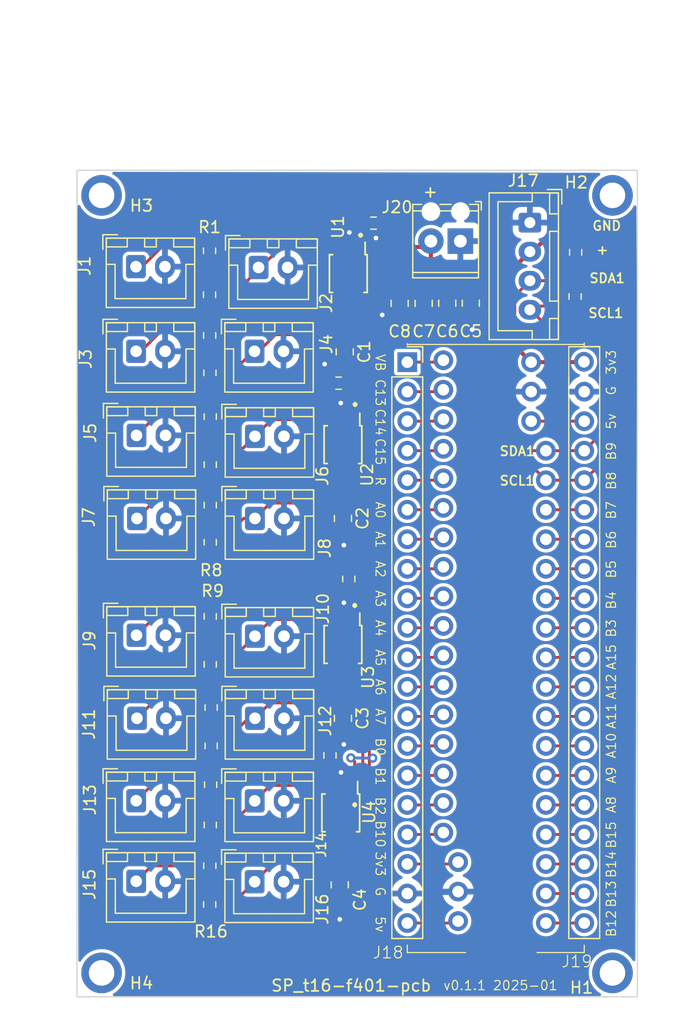
<source format=kicad_pcb>
(kicad_pcb (version 20240108) (generator "pcbnew") (generator_version "8.0")
  (title_block (date "2023-06-04"))
  (layers (0 "F.Cu" signal) (31 "B.Cu" signal) (34 "B.Paste" user) (35 "F.Paste" user) (36 "B.SilkS" user "B.Silkscreen") (37 "F.SilkS" user "F.Silkscreen") (38 "B.Mask" user) (39 "F.Mask" user) (44 "Edge.Cuts" user))
  (net 0 "")
  (net 1 "+3V3")
  (net 2 "GND")
  (net 3 "Net-(J1-Pin_1)")
  (net 4 "Net-(J2-Pin_1)")
  (net 5 "Net-(J3-Pin_1)")
  (net 6 "Net-(J4-Pin_1)")
  (net 7 "Net-(J5-Pin_1)")
  (net 8 "Net-(J6-Pin_1)")
  (net 9 "Net-(J7-Pin_1)")
  (net 10 "Net-(J8-Pin_1)")
  (net 11 "Net-(J9-Pin_1)")
  (net 12 "Net-(J10-Pin_1)")
  (net 13 "Net-(J11-Pin_1)")
  (net 14 "Net-(J12-Pin_1)")
  (net 15 "Net-(J13-Pin_1)")
  (net 16 "Net-(J14-Pin_1)")
  (net 17 "Net-(J15-Pin_1)")
  (net 18 "Net-(J16-Pin_1)")
  (net 19 "Net-(U1-ALERT{slash}RDY)")
  (net 20 "Net-(U2-ALERT{slash}RDY)")
  (net 21 "Net-(U3-ALERT{slash}RDY)")
  (net 22 "Net-(U4-ALERT{slash}RDY)")
  (net 23 "/SDA1")
  (net 24 "/SCL1")
  (net 25 "/SCL2")
  (net 26 "/SDA2")
  (net 27 "Net-(J18-3v3)")
  (net 28 "Net-(J18-5v)")
  (net 29 "Net-(J19-5v)")
  (net 30 "Net-(J18-VB)")
  (net 31 "Net-(J18-C13)")
  (net 32 "Net-(J18-C14)")
  (net 33 "Net-(J18-C15)")
  (net 34 "Net-(J18-R)")
  (net 35 "Net-(J18-A0)")
  (net 36 "Net-(J18-A1)")
  (net 37 "Net-(J18-A2)")
  (net 38 "Net-(J18-A3)")
  (net 39 "Net-(J18-A4)")
  (net 40 "Net-(J18-A5)")
  (net 41 "Net-(J18-A6)")
  (net 42 "Net-(J18-A7)")
  (net 43 "Net-(J18-B0)")
  (net 44 "Net-(J18-B1)")
  (net 45 "Net-(J18-B2)")
  (net 46 "Net-(J19-B12)")
  (net 47 "Net-(J19-B13)")
  (net 48 "Net-(J19-B14)")
  (net 49 "Net-(J19-B15)")
  (net 50 "Net-(J19-A8)")
  (net 51 "Net-(J19-A9)")
  (net 52 "Net-(J19-A10)")
  (net 53 "Net-(J19-A11)")
  (net 54 "Net-(J19-A12)")
  (net 55 "Net-(J19-A15)")
  (net 56 "Net-(J19-B4)")
  (net 57 "Net-(J19-B5)")
  (net 58 "Net-(J19-B6)")
  (net 59 "Net-(J19-B7)")
  (footprint "ProjectLib:R_0603_1608Metric" (layer "F.Cu") (at 61.0075 52.9425 90)
    (property "Reference" "R7" (hide yes))
    (property "Value" "10k")
  )
  (footprint "ProjectLib:R_0603_1608Metric" (layer "F.Cu") (at 92.48 31.19 -90)
    (property "Reference" "R18" (hide yes))
    (property "Value" "10k")
  )
  (footprint "ProjectLib:R_0603_1608Metric" (layer "F.Cu") (at 60.96 38.34 90)
    (property "Reference" "R3" (hide yes))
    (property "Value" "10k")
  )
  (footprint "ProjectLib:JST_XH_B2B-XH-A_1x02_P2.50mm_Vertical" (layer "F.Cu") (at 64.8575 54.0875)
    (property "Reference" "J8")
    (property "Value" "Conn_01x02_Pin")
  )
  (footprint "ProjectLib:JST_XH_B2B-XH-A_1x02_P2.50mm_Vertical" (layer "F.Cu") (at 54.6575 46.9425)
    (property "Reference" "J5")
    (property "Value" "Conn_01x02_Pin")
  )
  (footprint "ProjectLib:JST_XH_B2B-XH-A_1x02_P2.50mm_Vertical" (layer "F.Cu") (at 54.61 32.425)
    (property "Reference" "J1")
    (property "Value" "Conn_01x02_Pin")
  )
  (footprint "ProjectLib:JST_XH_B2B-XH-A_1x02_P2.50mm_Vertical" (layer "F.Cu") (at 64.84 78.385)
    (property "Reference" "J14")
    (property "Value" "Conn_01x02_Pin")
  )
  (footprint "ProjectLib:MountingHole_2.2mm_M2_ISO7380_Pad" (layer "F.Cu") (at 95.65 93.19)
    (property "Reference" "H1")
    (property "Value" "MountingHole")
  )
  (footprint "ProjectLib:R_0603_1608Metric" (layer "F.Cu") (at 61.0075 45.3225 90)
    (property "Reference" "R5" (hide yes))
    (property "Value" "10k")
  )
  (footprint "ProjectLib:JST_XH_B2B-XH-A_1x02_P2.50mm_Vertical" (layer "F.Cu") (at 64.82 39.705)
    (property "Reference" "J4")
    (property "Value" "Conn_01x02_Pin")
  )
  (footprint "ProjectLib:TSSOP-10_3x3mm_P0.5mm" (layer "F.Cu") (at 72.4375 64.9325 -90)
    (property "Reference" "U3")
    (property "Value" "ADS1115IDGS")
  )
  (footprint "ProjectLib:TSSOP-10_3x3mm_P0.5mm" (layer "F.Cu") (at 72.25 79.42 -90)
    (property "Reference" "U4")
    (property "Value" "ADS1115IDGS")
  )
  (footprint "ProjectLib:JST_XH_B2B-XH-A_1x02_P2.50mm_Vertical" (layer "F.Cu") (at 54.6975 71.2825)
    (property "Reference" "J11")
    (property "Value" "Conn_01x02_Pin")
  )
  (footprint "ProjectLib:R_0603_1608Metric" (layer "F.Cu") (at 61.0075 56.134 -90)
    (property "Reference" "R8")
    (property "Value" "10k")
  )
  (footprint "ProjectLib:R_0603_1608Metric" (layer "F.Cu") (at 75.07 28.68 180)
    (property "Reference" "R19" (hide yes))
    (property "Value" "10k")
  )
  (footprint "ProjectLib:R_0603_1608Metric" (layer "F.Cu") (at 61.087 70.358 90)
    (property "Reference" "R11" (hide yes))
    (property "Value" "10k")
  )
  (footprint "ProjectLib:R_0603_1608Metric" (layer "F.Cu") (at 60.95 31.06 90)
    (property "Reference" "R1")
    (property "Value" "10k")
  )
  (footprint "ProjectLib:JST_XH_B2B-XH-A_1x02_P2.50mm_Vertical" (layer "F.Cu") (at 64.83 85.345)
    (property "Reference" "J16")
    (property "Value" "Conn_01x02_Pin")
  )
  (footprint "ProjectLib:R_0603_1608Metric" (layer "F.Cu") (at 72.06 42.45 180)
    (property "Reference" "R20" (hide yes))
    (property "Value" "10k" (hide yes))
  )
  (footprint "ProjectLib:C_0805_2012Metric" (layer "F.Cu") (at 72.4375 54.0875 -90)
    (property "Reference" "C2")
    (property "Value" "0.1µF")
  )
  (footprint "ProjectLib:b_pill_takeoffPads_21-40" (layer "F.Cu") (at 89.916 64.77)
    (property "Reference" "J**2" (hide yes))
    (property "Value" "SolderWire-0.25sqmm_1x20_P4.2mm_D0.65mm_OD1.7mm")
  )
  (footprint "ProjectLib:C_0805_2012Metric" (layer "F.Cu") (at 72.4375 71.2825 -90)
    (property "Reference" "C3")
    (property "Value" "0.1µF")
  )
  (footprint "ProjectLib:C_0805_2012Metric" (layer "F.Cu") (at 72.59 39.76 -90)
    (property "Reference" "C1")
    (property "Value" "0.1µF")
  )
  (footprint "ProjectLib:JST_XH_B2B-XH-A_1x02_P2.50mm_Vertical" (layer "F.Cu") (at 65.171 32.495)
    (property "Reference" "J2")
    (property "Value" "Conn_01x02_Pin")
  )
  (footprint "ProjectLib:b_pill_socket_21-40" (layer "F.Cu") (at 93.218 64.77)
    (property "Reference" "J19")
    (property "Value" "PinSocket_1x20_P2.54mm_Vertical")
  )
  (footprint "ProjectLib:R_0603_1608Metric" (layer "F.Cu") (at 92.43 34.99 -90)
    (property "Reference" "R17" (hide yes))
    (property "Value" "10k")
  )
  (footprint "ProjectLib:R_0603_1608Metric" (layer "F.Cu") (at 61.0075 49.4525 -90)
    (property "Reference" "R6" (hide yes))
    (property "Value" "10k")
  )
  (footprint "ProjectLib:MountingHole_2.2mm_M2_ISO7380_Pad" (layer "F.Cu") (at 51.65 26.29)
    (property "Reference" "H3")
    (property "Value" "MountingHole")
  )
  (footprint "ProjectLib:C_0805_2012Metric" (layer "F.Cu") (at 72.16 85.61 -90)
    (property "Reference" "C4")
    (property "Value" "0.1µF")
  )
  (footprint "ProjectLib:TSSOP-10_3x3mm_P0.5mm" (layer "F.Cu") (at 72.4375 47.7375 -90)
    (property "Reference" "U2")
    (property "Value" "ADS1115IDGS")
  )
  (footprint "ProjectLib:R_0603_1608Metric" (layer "F.Cu") (at 61.0075 62.5175 90)
    (property "Reference" "R9")
    (property "Value" "10k")
  )
  (footprint "ProjectLib:C_0805_2012Metric" (layer "F.Cu") (at 81.42 35.57 -90)
    (property "Reference" "C6")
    (property "Value" "10µF")
  )
  (footprint "ProjectLib:C_0805_2012Metric" (layer "F.Cu") (at 79.39 35.58 -90)
    (property "Reference" "C7")
    (property "Value" "10µF")
  )
  (footprint "ProjectLib:R_0603_1608Metric" (layer "F.Cu") (at 61.0075 66.6475 -90)
    (property "Reference" "R10" (hide yes))
    (property "Value" "10k")
  )
  (footprint "ProjectLib:R_0603_1608Metric" (layer "F.Cu") (at 61.01 80.46 -90)
    (property "Reference" "R14" (hide yes))
    (property "Value" "10k")
  )
  (footprint "ProjectLib:R_0603_1608Metric" (layer "F.Cu") (at 61.04 77 90)
    (property "Reference" "R13" (hide yes))
    (property "Value" "10k")
  )
  (footprint "ProjectLib:MountingHole_2.2mm_M2_ISO7380_Pad" (layer "F.Cu") (at 51.65 93.19)
    (property "Reference" "H4")
    (property "Value" "MountingHole")
  )
  (footprint "ProjectLib:JST_XH_B4B-XH-A_1x04_P2.50mm_Vertical" (layer "F.Cu") (at 88.536 28.635 -90)
    (property "Reference" "J17")
    (property "Value" "Conn_01x04_Pin")
  )
  (footprint "ProjectLib:TSSOP-10_3x3mm_P0.5mm" (layer "F.Cu") (at 72.898 33.02 -90)
    (property "Reference" "U1")
    (property "Value" "ADS1115IDGS")
  )
  (footprint "ProjectLib:JST_XH_B2B-XH-A_1x02_P2.50mm_Vertical" (layer "F.Cu") (at 64.8575 47.0225)
    (property "Reference" "J6")
    (property "Value" "Conn_01x02_Pin")
  )
  (footprint "ProjectLib:JST_XH_B2B-XH-A_1x02_P2.50mm_Vertical" (layer "F.Cu") (at 54.63 78.375)
    (property "Reference" "J13")
    (property "Value" "Conn_01x02_Pin")
  )
  (footprint "ProjectLib:C_0805_2012Metric" (layer "F.Cu") (at 83.45 35.57 -90)
    (property "Reference" "C5")
    (property "Value" "10µF")
  )
  (footprint "ProjectLib:R_0603_1608Metric" (layer "F.Cu") (at 60.98 41.56 -90)
    (property "Reference" "R4" (hide yes))
    (property "Value" "10k")
  )
  (footprint "ProjectLib:JST_XH_B2B-XH-A_1x02_P2.50mm_Vertical" (layer "F.Cu") (at 54.63 85.305)
    (property "Reference" "J15")
    (property "Value" "Conn_01x02_Pin")
  )
  (footprint "ProjectLib:JST_XH_B2B-XH-A_1x02_P2.50mm_Vertical" (layer "F.Cu") (at 64.8575 71.2825)
    (property "Reference" "J12")
    (property "Value" "Conn_01x02_Pin")
  )
  (footprint "ProjectLib:b_pill_takeoffPads_1-20" (layer "F.Cu") (at 86.165 64.605)
    (property "Reference" "J**1" (hide yes))
    (property "Value" "SolderWire-0.25sqmm_1x20_P4.2mm_D0.65mm_OD1.7mm")
  )
  (footprint "ProjectLib:b_pill_socket_1-20" (layer "F.Cu") (at 77.978 64.77)
    (property "Reference" "J18")
    (property "Value" "PinSocket_1x20_P2.54mm_Vertical")
  )
  (footprint "ProjectLib:R_0603_1608Metric" (layer "F.Cu") (at 72.94 59.3 -90)
    (property "Reference" "R21" (hide yes))
    (property "Value" "10k")
  )
  (footprint "ProjectLib:R_0603_1608Metric" (layer "F.Cu") (at 60.96 87.3 -90)
    (property "Reference" "R16")
    (property "Value" "10k")
  )
  (footprint "ProjectLib:R_0603_1608Metric" (layer "F.Cu") (at 60.95 34.84 -90)
    (property "Reference" "R2" (hide yes))
    (property "Value" "10k")
  )
  (footprint "ProjectLib:JST_XH_B2B-XH-A_1x02_P2.50mm_Vertical" (layer "F.Cu") (at 54.6575 64.1375)
    (property "Reference" "J9")
    (property "Value" "Conn_01x02_Pin")
  )
  (footprint "ProjectLib:C_0805_2012Metric" (layer "F.Cu") (at 77.32 35.58 -90)
    (property "Reference" "C8")
    (property "Value" "10µF")
  )
  (footprint "ProjectLib:R_0603_1608Metric" (layer "F.Cu") (at 60.97 83.97 90)
    (property "Reference" "R15" (hide yes))
    (property "Value" "10k")
  )
  (footprint "ProjectLib:R_0603_1608Metric" (layer "F.Cu") (at 61.087 73.66 -90)
    (property "Reference" "R12" (hide yes))
    (property "Value" "10k")
  )
  (footprint "ProjectLib:MountingHole_2.2mm_M2_ISO7380_Pad" (layer "F.Cu") (at 95.65 26.29)
    (property "Reference" "H2")
    (property "Value" "MountingHole")
  )
  (footprint "ProjectLib:R_0603_1608Metric" (layer "F.Cu") (at 71.32 74.48 -90)
    (property "Reference" "R22" (hide yes))
    (property "Value" "10k")
  )
  (footprint "ProjectLib:TerminalBlock_Phoenix_MPT-0,5-2-2.54_1x02_P2.54mm_Horizontal" (layer "F.Cu") (at 82.55 30.226 180)
    (property "Reference" "J20")
    (property "Value" "Screw_Terminal_01x02")
  )
  (footprint "ProjectLib:JST_XH_B2B-XH-A_1x02_P2.50mm_Vertical" (layer "F.Cu") (at 54.62 39.705)
    (property "Reference" "J3")
    (property "Value" "Conn_01x02_Pin")
  )
  (footprint "ProjectLib:JST_XH_B2B-XH-A_1x02_P2.50mm_Vertical" (layer "F.Cu") (at 64.8575 64.2175)
    (property "Reference" "J10")
    (property "Value" "Conn_01x02_Pin")
  )
  (footprint "ProjectLib:JST_XH_B2B-XH-A_1x02_P2.50mm_Vertical" (layer "F.Cu") (at 54.6975 54.0875)
    (property "Reference" "J7")
    (property "Value" "Conn_01x02_Pin")
  )
  (gr_rect (start 49.53 24.13) (end 97.79 95.25) (stroke (width 0.1)) (fill none) (layer "Edge.Cuts"))
  (gr_text "SCL1" (at 85.852 51.308 0) (layer "F.SilkS") (effects (font (size 0.8 0.8)) (justify left bottom)))
  (gr_text "." (at 72.898 61.849 0) (layer "F.SilkS") (effects (font (size 1.5 1.5) (thickness 0.3) (bold yes)) (justify left bottom)))
  (gr_text "v0.1.1 2025-01" (at 81.026 94.742 0) (layer "F.SilkS") (effects (font (size 0.8 0.8) (thickness 0.1)) (justify left bottom)))
  (gr_text "." (at 73.4 29.99 0) (layer "F.SilkS") (effects (font (size 1.5 1.5) (thickness 0.3) (bold yes)) (justify left bottom)))
  (gr_text "SP_t16-f401-pcb" (at 66.167 94.869 0) (layer "F.SilkS") (effects (font (size 1 1)) (justify left bottom)))
  (gr_text "." (at 72.898 78.994 0) (layer "F.SilkS") (effects (font (size 1.5 1.5) (thickness 0.3) (bold yes)) (justify left bottom)))
  (gr_text "+" (at 94.19 31.44 0) (layer "F.SilkS") (effects (font (size 0.8 0.8)) (justify left bottom)))
  (gr_text "SCL1" (at 93.49 36.89 0) (layer "F.SilkS") (effects (font (size 0.8 0.8)) (justify left bottom)))
  (gr_text "." (at 72.93 44.55 0) (layer "F.SilkS") (effects (font (size 1.5 1.5) (thickness 0.3) (bold yes)) (justify left bottom)))
  (gr_text "GND" (at 93.84 29.38 0) (layer "F.SilkS") (effects (font (size 0.8 0.8) (thickness 0.15) (bold yes)) (justify left bottom)))
  (gr_text "+" (at 79.248 26.543 0) (layer "F.SilkS") (effects (font (size 1 1)) (justify left bottom)))
  (gr_text "SDA1" (at 93.59 33.89 0) (layer "F.SilkS") (effects (font (size 0.8 0.8)) (justify left bottom)))
  (gr_text "SDA1" (at 85.852 48.768 0) (layer "F.SilkS") (effects (font (size 0.8 0.8)) (justify left bottom)))
  (segment (start 61.087 72.835) (end 59.817 74.105) (width 0.35) (layer "F.Cu") (net 1))
  (segment (start 93.33 31.215) (end 92.48 30.365) (width 0.35) (layer "F.Cu") (net 1))
  (segment (start 51.435 41.38) (end 51.435 48.641) (width 0.35) (layer "F.Cu") (net 1))
  (segment (start 60.18 34.143) (end 60.16 34.163) (width 0.35) (layer "F.Cu") (net 1))
  (segment (start 61.01 79.635) (end 59.935 79.635) (width 0.35) (layer "F.Cu") (net 1))
  (segment (start 60.071 65.8225) (end 51.5255 65.8225) (width 0.35) (layer "F.Cu") (net 1))
  (segment (start 51.435 29.285) (end 51.74 28.98) (width 0.35) (layer "F.Cu") (net 1))
  (segment (start 73.4375 46.5625) (end 73.4375 45.5875) (width 0.25) (layer "F.Cu") (net 1))
  (segment (start 72.09 28.98) (end 73.24 27.83) (width 0.35) (layer "F.Cu") (net 1))
  (segment (start 61.0075 53.7675) (end 60.071 54.704) (width 0.35) (layer "F.Cu") (net 1))
  (segment (start 60.02 86.56) (end 60.02 85.745) (width 0.35) (layer "F.Cu") (net 1))
  (segment (start 77.343 34.61) (end 77.343 30.861) (width 0.35) (layer "F.Cu") (net 1))
  (segment (start 60.02 89.22) (end 60.02 86.56) (width 0.35) (layer "F.Cu") (net 1))
  (segment (start 81.407 33.782) (end 81.661 33.528) (width 0.35) (layer "F.Cu") (net 1))
  (segment (start 89.545 30.365) (end 92.48 30.365) (width 0.35) (layer "F.Cu") (net 1))
  (segment (start 60.071 64.279) (end 60.071 65.8225) (width 0.35) (layer "F.Cu") (net 1))
  (segment (start 60.071 57.912) (end 51.435 57.912) (width 0.35) (layer "F.Cu") (net 1))
  (segment (start 51.435 48.641) (end 51.435 57.912) (width 0.35) (layer "F.Cu") (net 1))
  (segment (start 70.55 86.27) (end 72.16 84.66) (width 0.35) (layer "F.Cu") (net 1))
  (segment (start 60.02 85.745) (end 60.97 84.795) (width 0.35) (layer "F.Cu") (net 1))
  (segment (start 51.5255 65.8225) (end 51.435 65.913) (width 0.35) (layer "F.Cu") (net 1))
  (segment (start 75.057 30.734) (end 75.057 31.456606) (width 0.35) (layer "F.Cu") (net 1))
  (segment (start 92.43 34.165) (end 93.33 33.265) (width 0.35) (layer "F.Cu") (net 1))
  (segment (start 51.435 65.913) (end 51.435 75.057) (width 0.35) (layer "F.Cu") (net 1))
  (segment (start 88.646 40.64) (end 93.163 40.64) (width 0.35) (layer "F.Cu") (net 1))
  (segment (start 67.51 75.26) (end 59.817 75.26) (width 0.35) (layer "F.Cu") (net 1))
  (segment (start 81.407 34.61) (end 81.407 33.782) (width 0.35) (layer "F.Cu") (net 1))
  (segment (start 60.071 47.084) (end 60.071 48.6275) (width 0.35) (layer "F.Cu") (net 1))
  (segment (start 51.435 34.163) (end 51.435 41.38) (width 0.35) (layer "F.Cu") (net 1))
  (segment (start 86.143 33.528) (end 88.536 31.135) (width 0.35) (layer "F.Cu") (net 1))
  (segment (start 75.057 31.456606) (end 72.8825 33.631106) (width 0.35) (layer "F.Cu") (net 1))
  (segment (start 60.071 54.704) (end 60.071 56.2455) (width 0.35) (layer "F.Cu") (net 1))
  (segment (start 71.32 73.655) (end 71.32 71.45) (width 0.35) (layer "F.Cu") (net 1))
  (segment (start 72.4375 67.0825) (end 72.4375 70.3325) (width 0.35) (layer "F.Cu") (net 1))
  (segment (start 88.775 31.135) (end 89.545 30.365) (width 0.35) (layer "F.Cu") (net 1))
  (segment (start 61.0075 46.1475) (end 60.071 47.084) (width 0.35) (layer "F.Cu") (net 1))
  (segment (start 59.88 82.12) (end 59.88 79.69) (width 0.35) (layer "F.Cu") (net 1))
  (segment (start 60.645 31.885) (end 60.18 32.35) (width 0.35) (layer "F.Cu") (net 1))
  (segment (start 72.8825 33.655) (end 72.898 33.6705) (width 0.35) (layer "F.Cu") (net 1))
  (segment (start 73.4375 45.5875) (end 73.4375 43.0025) (width 0.25) (layer "F.Cu") (net 1))
  (segment (start 75.057 30.734) (end 77.47 30.734) (width 0.35) (layer "F.Cu") (net 1))
  (segment (start 67.663 57.912) (end 60.071 57.912) (width 0.35) (layer "F.Cu") (net 1))
  (segment (start 83.439 33.528) (end 86.143 33.528) (width 0.35) (layer "F.Cu") (net 1))
  (segment (start 73.24 27.83) (end 75.65 27.83) (width 0.35) (layer "F.Cu") (net 1))
  (segment (start 60.071 48.6275) (end 51.4485 48.6275) (width 0.35) (layer "F.Cu") (net 1))
  (segment (start 59.88 78.4) (end 60.455 77.825) (width 0.35) (layer "F.Cu") (net 1))
  (segment (start 61.0075 65.8225) (end 60.071 65.8225) (width 0.35) (layer "F.Cu") (net 1))
  (segment (start 60.455 77.825) (end 61.04 77.825) (width 0.35) (layer "F.Cu") (net 1))
  (segment (start 70.8925 54.6825) (end 70.8925 56.4275) (width 0.35) (layer "F.Cu") (net 1))
  (segment (start 51.435 34.163) (end 51.435 29.285) (width 0.35) (layer "F.Cu") (net 1))
  (segment (start 59.43 41.38) (end 51.435 41.38) (width 0.35) (layer "F.Cu") (net 1))
  (segment (start 61.0075 63.3425) (end 60.071 64.279) (width 0.35) (layer "F.Cu") (net 1))
  (segment (start 72.4375 70.3325) (end 71.47 71.3) (width 0.35) (layer "F.Cu") (net 1))
  (segment (start 61.0075 55.309) (end 60.071 56.2455) (width 0.35) (layer "F.Cu") (net 1))
  (segment (start 60.965 40.75) (end 60.06 40.75) (width 0.35) (layer "F.Cu") (net 1))
  (segment (start 70.9675 54.6075) (end 67.663 57.912) (width 0.35) (layer "F.Cu") (net 1))
  (segment (start 51.435 89.281) (end 59.959 89.281) (width 0.35) (layer "F.Cu") (net 1))
  (segment (start 75.65 27.83) (end 75.895 28.075) (width 0.35) (layer "F.Cu") (net 1))
  (segment (start 51.435 75.057) (end 51.435 82.12) (width 0.35) (layer "F.Cu") (net 1))
  (segment (start 72.4375 49.8875) (end 72.4375 47.5625) (width 0.25) (layer "F.Cu") (net 1))
  (segment (start 59.817 72.453) (end 59.817 74.105) (width 0.35) (layer "F.Cu") (net 1))
  (segment (start 51.435 82.12) (end 51.435 89.281) (width 0.35) (layer "F.Cu") (net 1))
  (segment (start 70.9675 54.6075) (end 70.8925 54.6825) (width 0.35) (layer "F.Cu") (net 1))
  (segment (start 59.959 89.281) (end 59.968 89.29) (width 0.35) (layer "F.Cu") (net 1))
  (segment (start 59.968 89.29) (end 70.55 89.29) (width 0.35) (layer "F.Cu") (net 1))
  (segment (start 59.88 79.69) (end 59.88 78.4) (width 0.35) (layer "F.Cu") (net 1))
  (segment (start 81.661 33.528) (end 83.439 33.528) (width 0.35) (layer "F.Cu") (net 1))
  (segment (start 72.59 37.569088) (end 72.59 38.81) (width 0.35) (layer "F.Cu") (net 1))
  (segment (start 60.18 34.143) (end 60.822 34.143) (width 0.35) (layer "F.Cu") (net 1))
  (segment (start 72.898 37.261088) (end 72.59 37.569088) (width 0.35) (layer "F.Cu") (net 1))
  (segment (start 93.33 33.265) (end 93.33 31.215) (width 0.35) (layer "F.Cu") (net 1))
  (segment (start 51.638 75.26) (end 59.817 75.26) (width 0.35) (layer "F.Cu") (net 1))
  (segment (start 60.215 39.165) (end 60.06 39.32) (width 0.35) (layer "F.Cu") (net 1))
  (segment (start 71.32 71.45) (end 71.47 71.3) (width 0.35) (layer "F.Cu") (net 1))
  (segment (start 72.4375 49.8875) (end 72.4375 53.1375) (width 0.35) (layer "F.Cu") (net 1))
  (segment (start 88.646 40.64) (end 86.736 38.73) (width 0.35) (layer "F.Cu") (net 1))
  (segment (start 83.439 34.61) (end 83.439 33.528) (width 0.35) (layer "F.Cu") (net 1))
  (segment (start 70.55 89.29) (end 70.55 86.27) (width 0.35) (layer "F.Cu") (net 1))
  (segment (start 80.01 30.226) (end 80.01 31.877) (width 0.35) (layer "F.Cu") (net 1))
  (segment (start 76.08 28.833) (end 76.08 30.707) (width 0.35) (layer "F.Cu") (net 1))
  (segment (start 60.16 34.163) (end 51.435 34.163) (width 0.35) (layer "F.Cu") (net 1))
  (segment (start 75.895 28.075) (end 75.895 28.68) (width 0.35) (layer "F.Cu") (net 1))
  (segment (start 80.01 33.975) (end 80.01 30.226) (width 0.35) (layer "F.Cu") (net 1))
  (segment (start 72.898 33.6705) (end 72.898 35.17) (width 0.35) (layer "F.Cu") (net 1))
  (segment (start 72.8825 33.631106) (end 72.8825 33.655) (width 0.35) (layer "F.Cu") (net 1))
  (segment (start 60.18 32.35) (end 60.18 34.143) (width 0.35) (layer "F.Cu") (net 1))
  (segment (start 51.435 75.057) (end 51.638 75.26) (width 0.35) (layer "F.Cu") (net 1))
  (segment (start 60.02 86.56) (end 60.875 86.56) (width 0.35) (layer "F.Cu") (net 1))
  (segment (start 80.01 31.877) (end 81.661 33.528) (width 0.35) (layer "F.Cu") (net 1))
  (segment (start 60.95 31.885) (end 60.645 31.885) (width 0.35) (layer "F.Cu") (net 1))
  (segment (start 51.4485 48.6275) (end 51.435 48.641) (width 0.35) (layer "F.Cu") (net 1))
  (segment (start 61.087 71.183) (end 59.817 72.453) (width 0.35) (layer "F.Cu") (net 1))
  (segment (start 59.935 79.635) (end 59.88 79.69) (width 0.35) (layer "F.Cu") (net 1))
  (segment (start 86.736 38.73) (end 86.736 32.935) (width 0.35) (layer "F.Cu") (net 1))
  (segment (start 79.375 34.61) (end 80.01 33.975) (width 0.35) (layer "F.Cu") (net 1))
  (segment (start 73.4375 43.0025) (end 72.885 42.45) (width 0.25) (layer "F.Cu") (net 1))
  (segment (start 86.736 32.935) (end 88.536 31.135) (width 0.35) (layer "F.Cu") (net 1))
  (segment (start 72.4375 53.1375) (end 70.9675 54.6075) (width 0.35) (layer "F.Cu") (net 1))
  (segment (start 60.06 40.75) (end 59.43 41.38) (width 0.35) (layer "F.Cu") (net 1))
  (segment (start 60.06 39.32) (end 60.06 40.75) (width 0.35) (layer "F.Cu") (net 1))
  (segment (start 51.435 57.912) (end 51.435 65.913) (width 0.35) (layer "F.Cu") (net 1))
  (segment (start 61.0075 48.6275) (end 60.071 48.6275) (width 0.35) (layer "F.Cu") (net 1))
  (segment (start 51.74 28.98) (end 72.09 28.98) (width 0.35) (layer "F.Cu") (net 1))
  (segment (start 72.4375 47.5625) (end 73.4375 46.5625) (width 0.25) (layer "F.Cu") (net 1))
  (segment (start 72.898 35.17) (end 72.898 37.261088) (width 0.35) (layer "F.Cu") (net 1))
  (segment (start 59.959 89.281) (end 60.02 89.22) (width 0.35) (layer "F.Cu") (net 1))
  (segment (start 60.071 56.2455) (end 60.071 57.912) (width 0.35) (layer "F.Cu") (net 1))
  (segment (start 77.47 30.734) (end 79.502 30.734) (width 0.35) (layer "F.Cu") (net 1))
  (segment (start 72.25 84.57) (end 72.25 81.57) (width 0.35) (layer "F.Cu") (net 1))
  (segment (start 77.343 30.861) (end 77.47 30.734) (width 0.35) (layer "F.Cu") (net 1))
  (segment (start 59.817 74.105) (end 59.817 75.26) (width 0.35) (layer "F.Cu") (net 1))
  (segment (start 70.8925 56.4275) (end 72.94 58.475) (width 0.35) (layer "F.Cu") (net 1))
  (segment (start 51.435 82.12) (end 59.88 82.12) (width 0.35) (layer "F.Cu") (net 1))
  (segment (start 71.47 71.3) (end 67.51 75.26) (width 0.35) (layer "F.Cu") (net 1))
  (segment (start 60.96 39.165) (end 60.215 39.165) (width 0.35) (layer "F.Cu") (net 1))
  (segment (start 70.96 40.71) (end 70.86 40.81) (width 0.25) (layer "F.Cu") (net 2))
  (segment (start 72.898 30.87) (end 72.898 29.572) (width 0.25) (layer "F.Cu") (net 2))
  (segment (start 73.898 30.87) (end 74.809 29.959) (width 0.25) (layer "F.Cu") (net 2))
  (segment (start 79.375 36.51) (end 81.407 36.51) (width 0.25) (layer "F.Cu") (net 2))
  (segment (start 72.59 40.71) (end 70.96 40.71) (width 0.25) (layer "F.Cu") (net 2))
  (segment (start 72.4375 72.2325) (end 72.4375 73.4535) (width 0.25) (layer "F.Cu") (net 2))
  (segment (start 83.439 37.719) (end 83.566 37.846) (width 0.25) (layer "F.Cu") (net 2))
  (segment (start 72.25 77.27) (end 72.25 75.959931) (width 0.25) (layer "F.Cu") (net 2))
  (segment (start 77.343 36.51) (end 79.375 36.51) (width 0.25) (layer "F.Cu") (net 2))
  (segment (start 72.4375 73.4535) (end 72.517 73.533) (width 0.25) (layer "F.Cu") (net 2))
  (segment (start 72.4375 55.0375) (end 72.4375 56.3085) (width 0.25) (layer "F.Cu") (net 2))
  (segment (start 72.4375 61.4205) (end 72.4375 62.7825) (width 0.25) (layer "F.Cu") (net 2))
  (segment (start 72.4375 44.3475) (end 72.25 44.16) (width 0.25) (layer "F.Cu") (net 2))
  (segment (start 72.25 75.959931) (end 72.26971 75.940221) (width 0.25) (layer "F.Cu") (net 2))
  (segment (start 75.819 36.576) (end 77.277 36.576) (width 0.25) (layer "F.Cu") (net 2))
  (segment (start 83.439 36.51) (end 83.439 37.719) (width 0.25) (layer "F.Cu") (net 2))
  (segment (start 72.517 61.341) (end 72.4375 61.4205) (width 0.25) (layer "F.Cu") (net 2))
  (segment (start 72.4375 45.5875) (end 72.4375 44.3475) (width 0.25) (layer "F.Cu") (net 2))
  (segment (start 81.407 36.51) (end 83.439 36.51) (width 0.25) (layer "F.Cu") (net 2))
  (segment (start 74.809 29.959) (end 75.28 29.959) (width 0.25) (layer "F.Cu") (net 2))
  (segment (start 72.16 86.56) (end 72.16 88.58) (width 0.25) (layer "F.Cu") (net 2))
  (segment (start 72.898 29.572) (end 72.99 29.48) (width 0.25) (layer "F.Cu") (net 2))
  (segment (start 72.4375 56.3085) (end 72.517 56.388) (width 0.25) (layer "F.Cu") (net 2))
  (via (at 72.26971 75.940221) (size 0.8) (drill 0.4) (layers "F.Cu" "B.Cu") (net 2))
  (via (at 72.517 73.533) (size 0.8) (drill 0.4) (layers "F.Cu" "B.Cu") (net 2))
  (via (at 72.517 61.341) (size 0.8) (drill 0.4) (layers "F.Cu" "B.Cu") (net 2))
  (via (at 70.86 40.81) (size 0.8) (drill 0.4) (layers "F.Cu" "B.Cu") (net 2))
  (via (at 83.566 37.846) (size 0.8) (drill 0.4) (layers "F.Cu" "B.Cu") (net 2))
  (via (at 72.99 29.48) (size 0.8) (drill 0.4) (layers "F.Cu" "B.Cu") (net 2))
  (via (at 72.25 44.16) (size 0.8) (drill 0.4) (layers "F.Cu" "B.Cu") (net 2))
  (via (at 72.16 88.58) (size 0.8) (drill 0.4) (layers "F.Cu" "B.Cu") (net 2))
  (via (at 75.819 36.576) (size 0.8) (drill 0.4) (layers "F.Cu" "B.Cu") (net 2))
  (via (at 75.28 29.959) (size 0.8) (drill 0.4) (layers "F.Cu" "B.Cu") (net 2))
  (via (at 72.517 56.388) (size 0.8) (drill 0.4) (layers "F.Cu" "B.Cu") (net 2))
  (segment (start 57.1975 81.1925) (end 57.1575 81.2325) (width 0.25) (layer "B.Cu") (net 2))
  (segment (start 57.1575 88.3375) (end 57.1975 88.3775) (width 0.25) (layer "B.Cu") (net 2))
  (segment (start 77.978 86.36) (end 82.423 86.36) (width 0.25) (layer "B.Cu") (net 2))
  (segment (start 61.705 29.48) (end 71.89 29.48) (width 0.25) (layer "F.Cu") (net 3))
  (segment (start 57.5475 30.009) (end 55.1025 32.454) (width 0.25) (layer "F.Cu") (net 3))
  (segment (start 60.95 30.235) (end 61.705 29.48) (width 0.25) (layer "F.Cu") (net 3))
  (segment (start 57.5475 30.009) (end 60.724 30.009) (width 0.25) (layer "F.Cu") (net 3))
  (segment (start 72.398 30.87) (end 72.398 29.988) (width 0.25) (layer "F.Cu") (net 3))
  (segment (start 72.398 29.988) (end 71.89 29.48) (width 0.25) (layer "F.Cu") (net 3))
  (segment (start 62.0475 35.789) (end 66.9665 30.87) (width 0.25) (layer "F.Cu") (net 4))
  (segment (start 66.9665 30.87) (end 71.898 30.87) (width 0.25) (layer "F.Cu") (net 4))
  (segment (start 61.4525 35.789) (end 62.0475 35.789) (width 0.25) (layer "F.Cu") (net 4))
  (segment (start 71.898 35.935708) (end 71.898 35.17) (width 0.25) (layer "F.Cu") (net 5))
  (segment (start 55.1425 39.599) (end 57.1125 37.629) (width 0.25) (layer "F.Cu") (net 5))
  (segment (start 61.4525 37.629) (end 70.204708 37.629) (width 0.25) (layer "F.Cu") (net 5))
  (segment (start 70.204708 37.629) (end 71.898 35.935708) (width 0.25) (layer "F.Cu") (net 5))
  (segment (start 57.1125 37.629) (end 61.4525 37.629) (width 0.25) (layer "F.Cu") (net 5))
  (segment (start 66.6275 38.274) (end 70.196104 38.274) (width 0.25) (layer "F.Cu") (net 6))
  (segment (start 72.398 35.17) (end 72.398 36.072104) (width 0.25) (layer "F.Cu") (net 6))
  (segment (start 72.398 36.072104) (end 70.196104 38.274) (width 0.25) (layer "F.Cu") (net 6))
  (segment (start 65.3565 39.545) (end 66.6275 38.274) (width 0.25) (layer "F.Cu") (net 6))
  (segment (start 62.03 42.385) (end 64.87 39.545) (width 0.25) (layer "F.Cu") (net 6))
  (segment (start 60.98 42.385) (end 62.03 42.385) (width 0.25) (layer "F.Cu") (net 6))
  (segment (start 71.9375 45.5875) (end 71.9375 44.872805) (width 0.25) (layer "F.Cu") (net 7))
  (segment (start 57.1025 44.4975) (end 61.0075 44.4975) (width 0.25) (layer "F.Cu") (net 7))
  (segment (start 71.9375 44.872805) (end 71.562195 44.4975) (width 0.25) (layer "F.Cu") (net 7))
  (segment (start 71.562195 44.4975) (end 61.0075 44.4975) (width 0.25) (layer "F.Cu") (net 7))
  (segment (start 54.6575 46.9425) (end 57.1025 44.4975) (width 0.25) (layer "F.Cu") (net 7))
  (segment (start 61.6025 50.2775) (end 64.8575 47.0225) (width 0.25) (layer "F.Cu") (net 8))
  (segment (start 64.8575 47.0225) (end 66.2925 45.5875) (width 0.25) (layer "F.Cu") (net 8))
  (segment (start 66.2925 45.5875) (end 71.4375 45.5875) (width 0.25) (layer "F.Cu") (net 8))
  (segment (start 61.0075 50.2775) (end 61.6025 50.2775) (width 0.25) (layer "F.Cu") (net 8))
  (segment (start 56.6675 52.1175) (end 61.0075 52.1175) (width 0.25) (layer "F.Cu") (net 9))
  (segment (start 70.7 51.02) (end 71.4375 50.2825) (width 0.25) (layer "F.Cu") (net 9))
  (segment (start 62.105 51.02) (end 70.7 51.02) (width 0.25) (layer "F.Cu") (net 9))
  (segment (start 54.6975 54.0875) (end 56.6675 52.1175) (width 0.25) (layer "F.Cu") (net 9))
  (segment (start 61.0075 52.1175) (end 62.0325 51.0925) (width 0.25) (layer "F.Cu") (net 9))
  (segment (start 62.0325 51.0925) (end 62.105 51.02) (width 0.25) (layer "F.Cu") (net 9))
  (segment (start 64.8575 54.0875) (end 63.879 54.0875) (width 0.25) (layer "F.Cu") (net 10))
  (segment (start 66.1825 52.7625) (end 69.751104 52.7625) (width 0.25) (layer "F.Cu") (net 10))
  (segment (start 64.8575 54.0875) (end 66.1825 52.7625) (width 0.25) (layer "F.Cu") (net 10))
  (segment (start 69.751104 52.7625) (end 71.9375 50.576104) (width 0.25) (layer "F.Cu") (net 10))
  (segment (start 63.879 54.0875) (end 61.0075 56.959) (width 0.25) (layer "F.Cu") (net 10))
  (segment (start 71.9375 50.576104) (end 71.9375 49.8875) (width 0.25) (layer "F.Cu") (net 10))
  (segment (start 57.1025 61.6925) (end 61.0075 61.6925) (width 0.25) (layer "F.Cu") (net 11))
  (segment (start 54.6575 64.1375) (end 57.1025 61.6925) (width 0.25) (layer "F.Cu") (net 11))
  (segment (start 71.9375 61.9575) (end 71.9375 62.7825) (width 0.25) (layer "F.Cu") (net 11))
  (segment (start 61.0075 61.6925) (end 71.6725 61.6925) (width 0.25) (layer "F.Cu") (net 11))
  (segment (start 71.6725 61.6925) (end 71.9375 61.9575) (width 0.25) (layer "F.Cu") (net 11))
  (segment (start 66.2925 62.7825) (end 71.4375 62.7825) (width 0.25) (layer "F.Cu") (net 12))
  (segment (start 61.0075 67.4725) (end 61.6025 67.4725) (width 0.25) (layer "F.Cu") (net 12))
  (segment (start 61.6025 67.4725) (end 64.8575 64.2175) (width 0.25) (layer "F.Cu") (net 12))
  (segment (start 64.8575 64.2175) (end 66.2925 62.7825) (width 0.25) (layer "F.Cu") (net 12))
  (segment (start 61.0075 69.3125) (end 62.075 68.245) (width 0.25) (layer "F.Cu") (net 13))
  (segment (start 71.4375 67.634708) (end 71.4375 67.0825) (width 0.25) (layer "F.Cu") (net 13))
  (segment (start 62.075 68.245) (end 70.827208 68.245) (width 0.25) (layer "F.Cu") (net 13))
  (segment (start 70.827208 68.245) (end 71.4375 67.634708) (width 0.25) (layer "F.Cu") (net 13))
  (segment (start 54.6975 71.2825) (end 56.6675 69.3125) (width 0.25) (layer "F.Cu") (net 13))
  (segment (start 56.6675 69.3125) (end 61.0075 69.3125) (width 0.25) (layer "F.Cu") (net 13))
  (segment (start 71.9375 67.771104) (end 71.9375 67.0825) (width 0.25) (layer "F.Cu") (net 14))
  (segment (start 64.8575 71.2825) (end 66.1825 69.9575) (width 0.25) (layer "F.Cu") (net 14))
  (segment (start 69.751104 69.9575) (end 71.9375 67.771104) (width 0.25) (layer "F.Cu") (net 14))
  (segment (start 64.2895 71.2825) (end 61.087 74.485) (width 0.25) (layer "F.Cu") (net 14))
  (segment (start 66.1825 69.9575) (end 69.751104 69.9575) (width 0.25) (layer "F.Cu") (net 14))
  (segment (start 56.83 76.175) (end 61.04 76.175) (width 0.25) (layer "F.Cu") (net 15))
  (segment (start 71.48 76.175) (end 71.75 76.445) (width 0.25) (layer "F.Cu") (net 15))
  (segment (start 54.63 78.375) (end 56.83 76.175) (width 0.25) (layer "F.Cu") (net 15))
  (segment (start 71.75 76.445) (end 71.75 77.27) (width 0.25) (layer "F.Cu") (net 15))
  (segment (start 61.04 76.175) (end 71.48 76.175) (width 0.25) (layer "F.Cu") (net 15))
  (segment (start 66.165 77.06) (end 71.04 77.06) (width 0.25) (layer "F.Cu") (net 16))
  (segment (start 61.94 81.285) (end 64.84 78.385) (width 0.25) (layer "F.Cu") (net 16))
  (segment (start 61.01 81.285) (end 61.94 81.285) (width 0.25) (layer "F.Cu") (net 16))
  (segment (start 64.84 78.385) (end 66.165 77.06) (width 0.25) (layer "F.Cu") (net 16))
  (segment (start 71.04 77.06) (end 71.25 77.27) (width 0.25) (layer "F.Cu") (net 16))
  (segment (start 70.46 82.37) (end 70.49 82.4) (width 0.25) (layer "F.Cu") (net 17))
  (segment (start 61.745 82.37) (end 70.46 82.37) (width 0.25) (layer "F.Cu") (net 17))
  (segment (start 55.955 83.98) (end 60.135 83.98) (width 0.25) (layer "F.Cu") (net 17))
  (segment (start 54.63 85.305) (end 55.955 83.98) (width 0.25) (layer "F.Cu") (net 17))
  (segment (start 70.49 82.4) (end 71.25 81.64) (width 0.25) (layer "F.Cu") (net 17))
  (segment (start 60.97 83.145) (end 61.745 82.37) (width 0.25) (layer "F.Cu") (net 17))
  (segment (start 60.135 83.98) (end 60.97 83.145) (width 0.25) (layer "F.Cu") (net 17))
  (segment (start 62.05 88.125) (end 64.83 85.345) (width 0.25) (layer "F.Cu") (net 18))
  (segment (start 64.83 85.345) (end 67.325 82.85) (width 0.25) (layer "F.Cu") (net 18))
  (segment (start 71.75 82.37) (end 71.75 81.57) (width 0.25) (layer "F.Cu") (net 18))
  (segment (start 71.27 82.85) (end 71.75 82.37) (width 0.25) (layer "F.Cu") (net 18))
  (segment (start 60.96 88.125) (end 62.05 88.125) (width 0.25) (layer "F.Cu") (net 18))
  (segment (start 67.325 82.85) (end 71.27 82.85) (width 0.25) (layer "F.Cu") (net 18))
  (segment (start 73.398 30.87) (end 73.398 30.097305) (width 0.25) (layer "F.Cu") (net 19))
  (segment (start 74.245 29.250305) (end 74.245 28.68) (width 0.25) (layer "F.Cu") (net 19))
  (segment (start 73.398 30.097305) (end 74.245 29.250305) (width 0.25) (layer "F.Cu") (net 19))
  (segment (start 71.635 42.45) (end 72.975 43.79) (width 0.25) (layer "F.Cu") (net 20))
  (segment (start 72.975 45.55) (end 72.9375 45.5875) (width 0.25) (layer "F.Cu") (net 20))
  (segment (start 71.235 42.45) (end 71.635 42.45) (width 0.25) (layer "F.Cu") (net 20))
  (segment (start 72.975 43.79) (end 72.975 45.55) (width 0.25) (layer "F.Cu") (net 20))
  (segment (start 73.242 60.427) (end 72.94 60.125) (width 0.25) (layer "F.Cu") (net 21))
  (segment (start 73.242 61.641305) (end 73.242 60.427) (width 0.25) (layer "F.Cu") (net 21))
  (segment (start 72.9375 62.7825) (end 72.9375 61.945805) (width 0.25) (layer "F.Cu") (net 21))
  (segment (start 72.9375 61.945805) (end 73.242 61.641305) (width 0.25) (layer "F.Cu") (net 21))
  (segment (start 71.409779 75.215221) (end 72.570015 75.215221) (width 0.25) (layer "F.Cu") (net 22))
  (segment (start 72.75 76.485) (end 72.75 77.27) (width 0.25) (layer "F.Cu") (net 22))
  (segment (start 73 76.235) (end 72.75 76.485) (width 0.25) (layer "F.Cu") (net 22))
  (segment (start 72.570015 75.215221) (end 73 75.645206) (width 0.25) (layer "F.Cu") (net 22))
  (segment (start 73 75.645206) (end 73 76.235) (width 0.25) (layer "F.Cu") (net 22))
  (segment (start 72.75 79.642652) (end 74.15 78.242652) (width 0.25) (layer "F.Cu") (net 23))
  (segment (start 87.236 37.452) (end 87.236 34.935) (width 0.25) (layer "F.Cu") (net 23))
  (segment (start 88.713919 48.26) (end 89.916 48.26) (width 0.25) (layer "F.Cu") (net 23))
  (segment (start 73.398195 37.483695) (end 73.8875 37.973) (width 0.25) (layer "F.Cu") (net 23))
  (segment (start 72.9375 48.9825) (end 72.9375 49.8875) (width 0.25) (layer "F.Cu") (net 23))
  (segment (start 87.757 37.973) (end 87.236 37.452) (width 0.25) (layer "F.Cu") (net 23))
  (segment (start 95.181 47.117) (end 94.361 47.117) (width 0.25) (layer "F.Cu") (net 23))
  (segment (start 73.8875 64.5425) (end 72.9375 65.4925) (width 0.25) (layer "F.Cu") (net 23))
  (segment (start 94.361 47.117) (end 93.218 48.26) (width 0.25) (layer "F.Cu") (net 23))
  (segment (start 84.818 40.693) (end 84.818 44.364081) (width 0.25) (layer "F.Cu") (net 23))
  (segment (start 73.398 35.17) (end 73.398 34.345) (width 0.25) (layer "F.Cu") (net 23))
  (segment (start 73.8875 52.922195) (end 73.8875 64.5425) (width 0.25) (layer "F.Cu") (net 23))
  (segment (start 73.398 35.17) (end 73.398 37.468195) (width 0.25) (layer "F.Cu") (net 23))
  (segment (start 72.9375 65.4925) (end 72.9375 67.0825) (width 0.25) (layer "F.Cu") (net 23))
  (segment (start 75.057 37.719) (end 81.844 37.719) (width 0.25) (layer "F.Cu") (net 23))
  (segment (start 74.15 78.242652) (end 74.15 70.379695) (width 0.25) (layer "F.Cu") (net 23))
  (segment (start 88.536 33.635) (end 90.86 33.635) (width 0.25) (layer "F.Cu") (net 23))
  (segment (start 72.75 81.57) (end 72.75 79.642652) (width 0.25) (layer "F.Cu") (net 23))
  (segment (start 95.181 37.973) (end 95.181 47.117) (width 0.25) (layer "F.Cu") (net 23))
  (segment (start 75.057 37.719) (end 75.057 34.29) (width 0.25) (layer "F.Cu") (net 23))
  (segment (start 73.398 37.468195) (end 73.3825 37.483695) (width 0.25) (layer "F.Cu") (net 23))
  (segment (start 87.236 34.935) (end 88.536 33.635) (width 0.25) (layer "F.Cu") (net 23))
  (segment (start 73.4375 62.7825) (end 73.4375 64.9925) (width 0.25) (layer "F.Cu") (net 23))
  (segment (start 84.818 44.364081) (end 88.713919 48.26) (width 0.25) (layer "F.Cu") (net 23))
  (segment (start 73.8875 37.973) (end 73.8875 48.0325) (width 0.25) (layer "F.Cu") (net 23))
  (segment (start 72.9375 51.972195) (end 73.8875 52.922195) (width 0.25) (layer "F.Cu") (net 23))
  (segment (start 73.453 34.29) (end 75.057 34.29) (width 0.25) (layer "F.Cu") (net 23))
  (segment (start 74.15 70.379695) (end 72.9375 69.167195) (width 0.25) (layer "F.Cu") (net 23))
  (segment (start 73.398 34.345) (end 73.453 34.29) (width 0.25) (layer "F.Cu") (net 23))
  (segment (start 73.3825 37.483695) (end 73.398195 37.483695) (width 0.25) (layer "F.Cu") (net 23))
  (segment (start 90.678 48.26) (end 92.581604 48.26) (width 0.25) (layer "F.Cu") (net 23))
  (segment (start 87.757 37.973) (end 95.181 37.973) (width 0.25) (layer "F.Cu") (net 23))
  (segment (start 90.86 33.635) (end 92.48 32.015) (width 0.25) (layer "F.Cu") (net 23))
  (segment (start 73.8875 48.0325) (end 72.9375 48.9825) (width 0.25) (layer "F.Cu") (net 23))
  (segment (start 72.9375 69.167195) (end 72.9375 67.0825) (width 0.25) (layer "F.Cu") (net 23))
  (segment (start 72.9375 49.8875) (end 72.9375 51.972195) (width 0.25) (layer "F.Cu") (net 23))
  (segment (start 73.4375 64.9925) (end 72.9375 65.4925) (width 0.25) (layer "F.Cu") (net 23))
  (segment (start 81.844 37.719) (end 84.818 40.693) (width 0.25) (layer "F.Cu") (net 23))
  (segment (start 94.234 49.784) (end 93.218 50.8) (width 0.25) (layer "F.Cu") (net 24))
  (segment (start 90.043 50.8) (end 93.218 50.8) (width 0.25) (layer "F.Cu") (net 24))
  (segment (start 73.4375 49.8875) (end 74.3375 50.7875) (width 0.25) (layer "F.Cu") (net 24))
  (segment (start 74.67125 68.28125) (end 73.4725 67.0825) (width 0.25) (layer "F.Cu") (net 24))
  (segment (start 74.4645 38.354) (end 74.3375 38.481) (width 0.25) (layer "F.Cu") (net 24))
  (segment (start 95.631 37.465) (end 95.631 49.784) (width 0.25) (layer "F.Cu") (net 24))
  (segment (start 74.3375 48.9875) (end 73.4375 49.8875) (width 0.25) (layer "F.Cu") (net 24))
  (segment (start 73.25 81.57) (end 74.34 81.57) (width 0.25) (layer "F.Cu") (net 24))
  (segment (start 73.898 37.1525) (end 74.3375 37.592) (width 0.25) (layer "F.Cu") (net 24))
  (segment (start 81.661 38.354) (end 84.368 41.061) (width 0.25) (layer "F.Cu") (net 24))
  (segment (start 74.3375 37.592) (end 74.3375 38.481) (width 0.25) (layer "F.Cu") (net 24))
  (segment (start 74.3375 66.1825) (end 73.4375 67.0825) (width 0.25) (layer "F.Cu") (net 24))
  (segment (start 88.84 36.389) (end 89.916 37.465) (width 0.25) (layer "F.Cu") (net 24))
  (segment (start 73.45 75.02) (end 73.12 74.69) (width 0.25) (layer "F.Cu") (net 24))
  (segment (start 84.368 41.061) (end 84.368 45.252) (width 0.25) (layer "F.Cu") (net 24))
  (segment (start 73.898 35.17) (end 73.898 37.1525) (width 0.25) (layer "F.Cu") (net 24))
  (segment (start 73.25 77.27) (end 73.45 77.07) (width 0.25) (layer "F.Cu") (net 24))
  (segment (start 74.3375 38.481) (end 74.3375 48.9875) (width 0.25) (layer "F.Cu") (net 24))
  (segment (start 74.34 81.57) (end 74.71 81.2) (width 0.25) (layer "F.Cu") (net 24))
  (segment (start 74.3375 50.7875) (end 74.3375 66.1825) (width 0.25) (layer "F.Cu") (net 24))
  (segment (start 89.916 37.465) (end 95.631 37.465) (width 0.25) (layer "F.Cu") (net 24))
  (segment (start 92.43 35.815) (end 88.856 35.815) (width 0.25) (layer "F.Cu") (net 24))
  (segment (start 73.45 77.07) (end 73.45 75.02) (width 0.25) (layer "F.Cu") (net 24))
  (segment (start 95.631 49.784) (end 94.234 49.784) (width 0.25) (layer "F.Cu") (net 24))
  (segment (start 74.71 68.28125) (end 74.67125 68.28125) (width 0.25) (layer "F.Cu") (net 24))
  (segment (start 84.368 45.252) (end 89.916 50.8) (width 0.25) (layer "F.Cu") (net 24))
  (segment (start 73.4725 67.0825) (end 73.4375 67.0825) (width 0.25) (layer "F.Cu") (net 24))
  (segment (start 81.661 38.354) (end 74.4645 38.354) (width 0.25) (layer "F.Cu") (net 24))
  (segment (start 74.71 81.2) (end 74.71 68.28125) (width 0.25) (layer "F.Cu") (net 24))
  (via (at 75 74.71) (size 0.8) (drill 0.4) (layers "F.Cu" "B.Cu") (net 24))
  (via (at 73.12 74.69) (size 0.8) (drill 0.4) (layers "F.Cu" "B.Cu") (net 24))
  (segment (start 75 74.71) (end 73.12 74.69) (width 0.25) (layer "B.Cu") (net 24))
  (segment (start 77.978 81.28) (end 81.153 81.28) (width 0.25) (layer "F.Cu") (net 25))
  (segment (start 90.678 63.5) (end 93.218 63.5) (width 0.25) (layer "F.Cu") (net 26))
  (segment (start 77.978 83.82) (end 82.19 83.82) (width 0.25) (layer "F.Cu") (net 27))
  (segment (start 77.978 88.9) (end 82.19 88.9) (width 0.25) (layer "F.Cu") (net 28))
  (segment (start 88.646 45.72) (end 93.218 45.72) (width 0.25) (layer "F.Cu") (net 29))
  (segment (start 77.978 40.64) (end 80.92 40.64) (width 0.25) (layer "F.Cu") (net 30))
  (segment (start 77.978 43.18) (end 81.026 43.18) (width 0.25) (layer "F.Cu") (net 31))
  (segment (start 77.978 45.72) (end 81.026 45.72) (width 0.25) (layer "F.Cu") (net 32))
  (segment (start 81.026 48.26) (end 77.978 48.26) (width 0.25) (layer "F.Cu") (net 33))
  (segment (start 77.978 50.8) (end 81.026 50.8) (width 0.25) (layer "F.Cu") (net 34))
  (segment (start 81.026 53.34) (end 77.978 53.34) (width 0.25) (layer "F.Cu") (net 35))
  (segment (start 77.978 55.88) (end 81.026 55.88) (width 0.25) (layer "F.Cu") (net 36))
  (segment (start 81.026 58.42) (end 77.978 58.42) (width 0.25) (layer "F.Cu") (net 37))
  (segment (start 77.978 60.96) (end 81.026 60.96) (width 0.25) (layer "F.Cu") (net 38))
  (segment (start 81.026 63.5) (end 77.978 63.5) (width 0.25) (layer "F.Cu") (net 39))
  (segment (start 77.978 66.04) (end 81.026 66.04) (width 0.25) (layer "F.Cu") (net 40))
  (segment (start 81.026 68.58) (end 77.978 68.58) (width 0.25) (layer "F.Cu") (net 41))
  (segment (start 77.978 71.12) (end 81.026 71.12) (width 0.25) (layer "F.Cu") (net 42))
  (segment (start 81.026 73.66) (end 77.978 73.66) (width 0.25) (layer "F.Cu") (net 43))
  (segment (start 77.978 76.2) (end 81.026 76.2) (width 0.25) (layer "F.Cu") (net 44))
  (segment (start 77.978 78.74) (end 81.026 78.74) (width 0.25) (layer "F.Cu") (net 45))
  (segment (start 90.043 88.9) (end 93.218 88.9) (width 0.25) (layer "F.Cu") (net 46))
  (segment (start 90.043 86.36) (end 93.218 86.36) (width 0.25) (layer "F.Cu") (net 47))
  (segment (start 90.043 83.82) (end 93.218 83.82) (width 0.25) (layer "F.Cu") (net 48))
  (segment (start 90.043 81.28) (end 93.218 81.28) (width 0.25) (layer "F.Cu") (net 49))
  (segment (start 90.043 78.74) (end 93.218 78.74) (width 0.25) (layer "F.Cu") (net 50))
  (segment (start 90.043 76.2) (end 93.218 76.2) (width 0.25) (layer "F.Cu") (net 51))
  (segment (start 90.043 73.66) (end 93.218 73.66) (width 0.25) (layer "F.Cu") (net 52))
  (segment (start 90.043 71.12) (end 93.218 71.12) (width 0.25) (layer "F.Cu") (net 53))
  (segment (start 90.043 68.58) (end 93.218 68.58) (width 0.25) (layer "F.Cu") (net 54))
  (segment (start 90.17 66.04) (end 93.218 66.04) (width 0.25) (layer "F.Cu") (net 55))
  (segment (start 90.043 60.96) (end 93.218 60.96) (width 0.25) (layer "F.Cu") (net 56))
  (segment (start 90.043 58.42) (end 93.218 58.42) (width 0.25) (layer "F.Cu") (net 57))
  (segment (start 90.17 55.88) (end 93.218 55.88) (width 0.25) (layer "F.Cu") (net 58))
  (segment (start 90.043 53.34) (end 93.218 53.34) (width 0.25) (layer "F.Cu") (net 59))
  (zone (net 2) (net_name "GND") (layer "B.Cu") (name "ground plane") (connect_pads (clearance 0.29)) (min_thickness 0.25) (fill yes (thermal_gap 0.5) (thermal_bridge_width 0.5) (smoothing fillet) (radius 2))
    (polygon (pts (xy 49.574 25.814) (xy 49.65 95.19) (xy 97.62 95.18) (xy 97.753 36.703) (xy 97.69 24.35) (xy 49.58 24.26)))
  )
)
</source>
